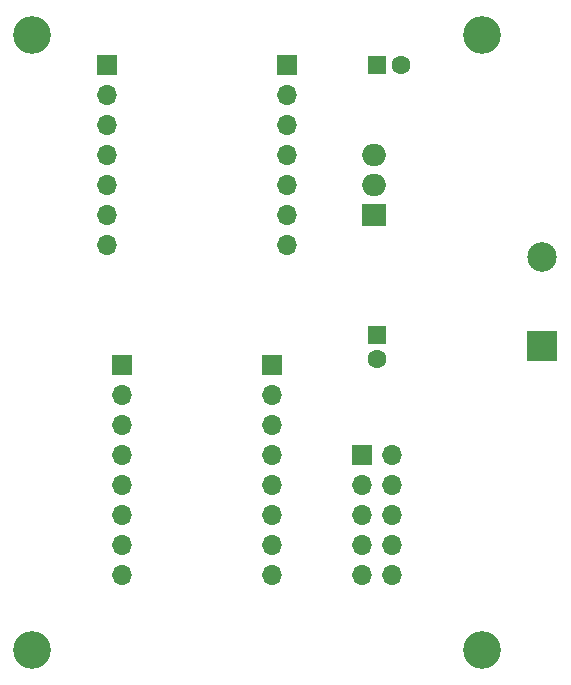
<source format=gts>
G04 #@! TF.GenerationSoftware,KiCad,Pcbnew,7.0.2*
G04 #@! TF.CreationDate,2023-06-02T09:34:51+02:00*
G04 #@! TF.ProjectId,split_flap,73706c69-745f-4666-9c61-702e6b696361,rev?*
G04 #@! TF.SameCoordinates,Original*
G04 #@! TF.FileFunction,Soldermask,Top*
G04 #@! TF.FilePolarity,Negative*
%FSLAX46Y46*%
G04 Gerber Fmt 4.6, Leading zero omitted, Abs format (unit mm)*
G04 Created by KiCad (PCBNEW 7.0.2) date 2023-06-02 09:34:51*
%MOMM*%
%LPD*%
G01*
G04 APERTURE LIST*
%ADD10C,3.200000*%
%ADD11R,1.700000X1.700000*%
%ADD12O,1.700000X1.700000*%
%ADD13R,2.500000X2.500000*%
%ADD14C,2.500000*%
%ADD15R,1.600000X1.600000*%
%ADD16C,1.600000*%
%ADD17R,2.000000X1.905000*%
%ADD18O,2.000000X1.905000*%
G04 APERTURE END LIST*
D10*
X106680000Y-95250000D03*
D11*
X76200000Y-71120000D03*
D12*
X76200000Y-73660000D03*
X76200000Y-76200000D03*
X76200000Y-78740000D03*
X76200000Y-81280000D03*
X76200000Y-83820000D03*
X76200000Y-86360000D03*
X76200000Y-88900000D03*
D13*
X111760000Y-69500000D03*
D14*
X111760000Y-62000000D03*
D15*
X97790000Y-45720000D03*
D16*
X99790000Y-45720000D03*
D15*
X97790000Y-68600000D03*
D16*
X97790000Y-70600000D03*
D10*
X68580000Y-43180000D03*
D17*
X97465000Y-58420000D03*
D18*
X97465000Y-55880000D03*
X97465000Y-53340000D03*
D11*
X96520000Y-78740000D03*
D12*
X99060000Y-78740000D03*
X96520000Y-81280000D03*
X99060000Y-81280000D03*
X96520000Y-83820000D03*
X99060000Y-83820000D03*
X96520000Y-86360000D03*
X99060000Y-86360000D03*
X96520000Y-88900000D03*
X99060000Y-88900000D03*
D11*
X88900000Y-71120000D03*
D12*
X88900000Y-73660000D03*
X88900000Y-76200000D03*
X88900000Y-78740000D03*
X88900000Y-81280000D03*
X88900000Y-83820000D03*
X88900000Y-86360000D03*
X88900000Y-88900000D03*
D11*
X74930000Y-45720000D03*
D12*
X74930000Y-48260000D03*
X74930000Y-50800000D03*
X74930000Y-53340000D03*
X74930000Y-55880000D03*
X74930000Y-58420000D03*
X74930000Y-60960000D03*
D10*
X106680000Y-43180000D03*
X68580000Y-95250000D03*
D11*
X90170000Y-45720000D03*
D12*
X90170000Y-48260000D03*
X90170000Y-50800000D03*
X90170000Y-53340000D03*
X90170000Y-55880000D03*
X90170000Y-58420000D03*
X90170000Y-60960000D03*
M02*

</source>
